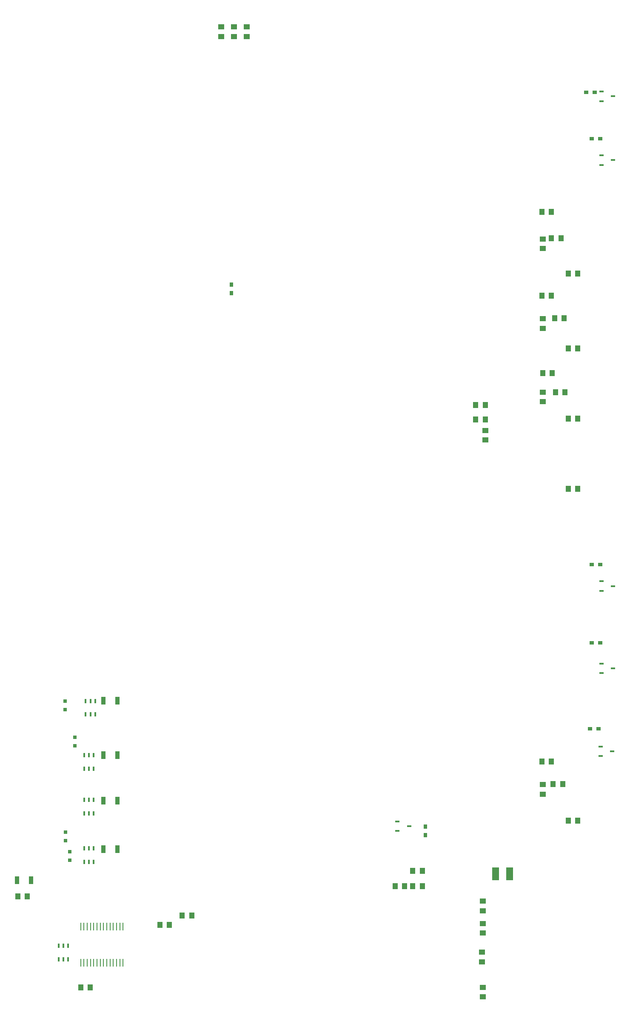
<source format=gbr>
G04 DipTrace 3.3.1.3*
G04 TopPaste.gbr*
%MOIN*%
G04 #@! TF.FileFunction,Paste,Top*
G04 #@! TF.Part,Single*
%ADD66R,0.015748X0.035433*%
%ADD75R,0.031496X0.027126*%
%ADD77R,0.032126X0.062126*%
%ADD83R,0.031496X0.035433*%
%ADD85R,0.035433X0.031496*%
%ADD87R,0.033465X0.017717*%
%ADD99R,0.007874X0.062992*%
%ADD107R,0.055118X0.098425*%
%ADD109R,0.043307X0.051181*%
%ADD113R,0.051181X0.043307*%
%FSLAX26Y26*%
G04*
G70*
G90*
G75*
G01*
G04 TopPaste*
%LPD*%
D113*
X2512451Y8143698D3*
Y8068895D3*
X2612451Y8143698D3*
Y8068895D3*
X2712451Y8143698D3*
Y8068895D3*
X4556201Y818701D3*
Y893504D3*
D109*
X4012450Y1412451D3*
X4087253D3*
D113*
X4562450Y1118701D3*
Y1043898D3*
Y1293701D3*
Y1218898D3*
D107*
X4662450Y1506201D3*
X4772686D3*
D113*
X4562450Y618701D3*
Y543898D3*
D109*
X993701Y1331201D3*
X918898D3*
X1412008Y616190D3*
X1486811D3*
X4506299Y5068799D3*
X4581102D3*
X5231201Y5074950D3*
X5306004D3*
X5187451Y2212451D3*
X5112648D3*
X5231201Y4524950D3*
X5306004D3*
X5206201Y5281201D3*
X5131398D3*
X5231201Y1924950D3*
X5306004D3*
X5174950Y6487451D3*
X5100147D3*
X5231201Y6212450D3*
X5306004D3*
X5199950Y5862450D3*
X5125147D3*
X5231201Y5624950D3*
X5306004D3*
D99*
X1743701Y1093701D3*
X1718110D3*
X1692520D3*
X1666929D3*
X1641339D3*
X1615748D3*
X1590157D3*
X1564567D3*
X1538976D3*
X1513386D3*
X1487795D3*
X1462205D3*
X1436614D3*
X1411024D3*
Y810228D3*
X1436614Y810236D3*
X1462205D3*
X1487795D3*
X1513386D3*
X1538976D3*
X1564567D3*
X1590157D3*
X1615748D3*
X1641339D3*
X1666929D3*
X1692520D3*
X1718110D3*
X1743701D3*
D87*
X5485925Y2506102D3*
Y2431299D3*
X5576476Y2468701D3*
X5492175Y7637353D3*
Y7562550D3*
X5582726Y7599951D3*
X5492175Y3799852D3*
Y3725049D3*
X5582726Y3762450D3*
X5492175Y3156102D3*
Y3081299D3*
X5582726Y3118701D3*
X5492175Y7137352D3*
Y7062549D3*
X5582726Y7099950D3*
X3893701Y1917913D3*
Y1843110D3*
X3984252Y1880512D3*
D85*
X5437451Y7631199D3*
X5370522D3*
D83*
X2593701Y6124950D3*
Y6058021D3*
D85*
X5468701Y2643701D3*
X5401772D3*
X5481201Y7268701D3*
X5414272D3*
X5481201Y3931201D3*
X5414272D3*
X5481201Y3318701D3*
X5414272D3*
D109*
X4012451Y1531201D3*
X4087255D3*
X3874951Y1412451D3*
X3949755D3*
D83*
X4112451Y1811663D3*
Y1878592D3*
D109*
X2206201Y1181201D3*
X2281004D3*
X2031201Y1106201D3*
X2106004D3*
D77*
X1698702Y2863699D3*
X1588584D3*
D75*
X1364201Y2576701D3*
Y2510236D3*
D77*
X912451Y1456201D3*
X1022570D3*
X1698701Y2438701D3*
X1588583D3*
D75*
X1287451Y2793701D3*
Y2860165D3*
D77*
X1698701Y2082450D3*
X1588583D3*
D75*
X1291951Y1766950D3*
Y1833415D3*
D77*
X1698702Y1701199D3*
X1588584D3*
D75*
X1324951Y1681201D3*
Y1614736D3*
D113*
X4581201Y4981201D3*
Y4906398D3*
D109*
X4506201Y5181201D3*
X4581004D3*
D113*
X5031201Y2206201D3*
Y2131398D3*
D109*
X5099950Y2387450D3*
X5025147D3*
D113*
X5031201Y5281201D3*
Y5206398D3*
D109*
X5106201Y5431201D3*
X5031398D3*
D113*
X5031201Y6481201D3*
Y6406398D3*
D109*
X5099950Y6693701D3*
X5025147D3*
D113*
X5031201Y5856201D3*
Y5781398D3*
D109*
X5099950Y6037450D3*
X5025147D3*
D66*
X1237451Y837451D3*
X1274853D3*
X1312255D3*
Y943751D3*
X1274853D3*
X1237451D3*
X1524951Y2862451D3*
X1487550D3*
X1450148D3*
Y2756152D3*
X1487550D3*
X1524951D3*
X1512451Y2437450D3*
X1475050D3*
X1437648D3*
Y2331151D3*
X1475050D3*
X1512451D3*
Y2087451D3*
X1475050D3*
X1437648D3*
Y1981152D3*
X1475050D3*
X1512451D3*
Y1706201D3*
X1475050D3*
X1437648D3*
Y1599902D3*
X1475050D3*
X1512451D3*
M02*

</source>
